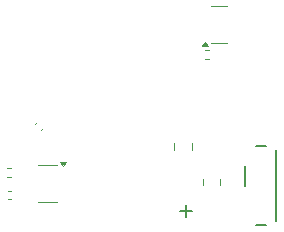
<source format=gbr>
%TF.GenerationSoftware,KiCad,Pcbnew,8.0.1*%
%TF.CreationDate,2024-07-01T16:07:51-04:00*%
%TF.ProjectId,V1,56312e6b-6963-4616-945f-706362585858,rev?*%
%TF.SameCoordinates,Original*%
%TF.FileFunction,Legend,Bot*%
%TF.FilePolarity,Positive*%
%FSLAX46Y46*%
G04 Gerber Fmt 4.6, Leading zero omitted, Abs format (unit mm)*
G04 Created by KiCad (PCBNEW 8.0.1) date 2024-07-01 16:07:51*
%MOMM*%
%LPD*%
G01*
G04 APERTURE LIST*
%ADD10C,0.200000*%
%ADD11C,0.120000*%
G04 APERTURE END LIST*
D10*
X120798898Y-119075266D02*
X119808422Y-119075266D01*
X120303660Y-119570504D02*
X120303660Y-118580028D01*
%TO.C,SW1*%
X125325000Y-115302000D02*
X125325000Y-116950000D01*
X127079000Y-113600000D02*
X126194000Y-113600000D01*
X127099000Y-120300000D02*
X126194000Y-120300000D01*
X127925000Y-119950000D02*
X127925000Y-113950000D01*
D11*
%TO.C,C1*%
X105244165Y-117357500D02*
X105475835Y-117357500D01*
X105244165Y-118077500D02*
X105475835Y-118077500D01*
%TO.C,Q1*%
X122450000Y-101710000D02*
X123100000Y-101710000D01*
X122450000Y-104830000D02*
X123100000Y-104830000D01*
X123750000Y-101710000D02*
X123100000Y-101710000D01*
X123750000Y-104830000D02*
X123100000Y-104830000D01*
X122177500Y-105110000D02*
X121697500Y-105110000D01*
X121937500Y-104780000D01*
X122177500Y-105110000D01*
G36*
X122177500Y-105110000D02*
G01*
X121697500Y-105110000D01*
X121937500Y-104780000D01*
X122177500Y-105110000D01*
G37*
%TO.C,C3*%
X107697349Y-111583534D02*
X107533534Y-111747349D01*
X108206466Y-112092651D02*
X108042651Y-112256466D01*
%TO.C,U1*%
X107800000Y-115207500D02*
X108600000Y-115207500D01*
X107800000Y-118327500D02*
X108600000Y-118327500D01*
X109400000Y-115207500D02*
X108600000Y-115207500D01*
X109400000Y-118327500D02*
X108600000Y-118327500D01*
X109900000Y-115257500D02*
X109660000Y-114927500D01*
X110140000Y-114927500D01*
X109900000Y-115257500D01*
G36*
X109900000Y-115257500D02*
G01*
X109660000Y-114927500D01*
X110140000Y-114927500D01*
X109900000Y-115257500D01*
G37*
%TO.C,C4*%
X119315000Y-113368748D02*
X119315000Y-113891252D01*
X120785000Y-113368748D02*
X120785000Y-113891252D01*
%TO.C,R2*%
X105192379Y-115437500D02*
X105527621Y-115437500D01*
X105192379Y-116197500D02*
X105527621Y-116197500D01*
%TO.C,C2*%
X121740000Y-116408748D02*
X121740000Y-116931252D01*
X123210000Y-116408748D02*
X123210000Y-116931252D01*
%TO.C,R3*%
X122215121Y-105450000D02*
X121879879Y-105450000D01*
X122215121Y-106210000D02*
X121879879Y-106210000D01*
%TD*%
M02*

</source>
